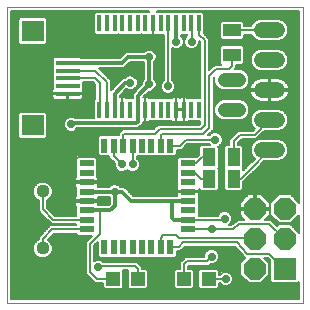
<source format=gtl>
G75*
G70*
%OFA0B0*%
%FSLAX24Y24*%
%IPPOS*%
%LPD*%
%AMOC8*
5,1,8,0,0,1.08239X$1,22.5*
%
%ADD10C,0.0000*%
%ADD11R,0.0500X0.0220*%
%ADD12R,0.0220X0.0500*%
%ADD13C,0.0438*%
%ADD14C,0.0518*%
%ADD15C,0.0478*%
%ADD16R,0.0740X0.0740*%
%ADD17OC8,0.0740*%
%ADD18R,0.0472X0.0472*%
%ADD19R,0.0433X0.0591*%
%ADD20R,0.0591X0.0433*%
%ADD21R,0.0137X0.0550*%
%ADD22R,0.0787X0.0157*%
%ADD23R,0.0748X0.0709*%
%ADD24C,0.0063*%
%ADD25C,0.0276*%
%ADD26C,0.0118*%
D10*
X000363Y000479D02*
X000363Y010322D01*
X010205Y010322D01*
X010205Y000479D01*
X000363Y000479D01*
D11*
X003003Y002920D03*
X003003Y003235D03*
X003003Y003550D03*
X003003Y003865D03*
X003003Y004180D03*
X003003Y004495D03*
X003003Y004810D03*
X003003Y005125D03*
X006383Y005125D03*
X006383Y004810D03*
X006383Y004495D03*
X006383Y004180D03*
X006383Y003865D03*
X006383Y003550D03*
X006383Y003235D03*
X006383Y002920D03*
D12*
X005796Y002333D03*
X005481Y002333D03*
X005166Y002333D03*
X004851Y002333D03*
X004536Y002333D03*
X004221Y002333D03*
X003906Y002333D03*
X003591Y002333D03*
X003591Y005713D03*
X003906Y005713D03*
X004221Y005713D03*
X004536Y005713D03*
X004851Y005713D03*
X005166Y005713D03*
X005481Y005713D03*
X005796Y005713D03*
D13*
X001544Y004185D03*
X001544Y002285D03*
D14*
X008840Y005566D02*
X009358Y005566D01*
X009358Y006566D02*
X008840Y006566D01*
X008840Y007566D02*
X009358Y007566D01*
X009358Y008566D02*
X008840Y008566D01*
X008840Y009566D02*
X009358Y009566D01*
D15*
X008082Y007908D02*
X007604Y007908D01*
X007604Y006908D02*
X008082Y006908D01*
D16*
X009603Y001605D03*
D17*
X008603Y001605D03*
X008603Y002605D03*
X009603Y002605D03*
X009603Y003605D03*
X008603Y003605D03*
D18*
X007075Y001267D03*
X006249Y001267D03*
X004713Y001267D03*
X003886Y001267D03*
D19*
X007075Y004613D03*
X007902Y004613D03*
X007902Y005322D03*
X007075Y005322D03*
D20*
X007843Y008727D03*
X007843Y009554D03*
D21*
X006751Y009793D03*
X006495Y009793D03*
X006239Y009793D03*
X005983Y009793D03*
X005727Y009793D03*
X005471Y009793D03*
X005215Y009793D03*
X004959Y009793D03*
X004703Y009793D03*
X004447Y009793D03*
X004191Y009793D03*
X003936Y009793D03*
X003680Y009793D03*
X003424Y009793D03*
X003424Y006914D03*
X003680Y006914D03*
X003936Y006914D03*
X004191Y006914D03*
X004447Y006914D03*
X004703Y006914D03*
X004959Y006914D03*
X005215Y006914D03*
X005471Y006914D03*
X005727Y006914D03*
X005983Y006914D03*
X006239Y006914D03*
X006495Y006914D03*
X006751Y006914D03*
D22*
X002371Y007448D03*
X002371Y007704D03*
X002371Y007960D03*
X002371Y008215D03*
X002371Y008471D03*
D23*
X001209Y009534D03*
X001209Y006385D03*
D24*
X000725Y006383D02*
X000494Y006383D01*
X000494Y006444D02*
X000725Y006444D01*
X000725Y006506D02*
X000494Y006506D01*
X000494Y006567D02*
X000725Y006567D01*
X000725Y006629D02*
X000494Y006629D01*
X000494Y006690D02*
X000725Y006690D01*
X000725Y006751D02*
X000494Y006751D01*
X000494Y006813D02*
X000753Y006813D01*
X000725Y006785D02*
X000789Y006849D01*
X001629Y006849D01*
X001693Y006785D01*
X001693Y005985D01*
X001629Y005920D01*
X000789Y005920D01*
X000725Y005985D01*
X000725Y006785D01*
X000494Y006874D02*
X003245Y006874D01*
X003245Y006813D02*
X001665Y006813D01*
X001693Y006751D02*
X003245Y006751D01*
X003245Y006690D02*
X001693Y006690D01*
X001693Y006629D02*
X002342Y006629D01*
X002348Y006634D02*
X002278Y006565D01*
X002241Y006473D01*
X002241Y006375D01*
X002278Y006284D01*
X002348Y006214D01*
X002439Y006176D01*
X002538Y006176D01*
X002629Y006214D01*
X002699Y006284D01*
X002703Y006294D01*
X004724Y006294D01*
X004823Y006393D01*
X004873Y006443D01*
X004873Y006508D01*
X004873Y006507D01*
X004956Y006507D01*
X004956Y006911D01*
X004962Y006911D01*
X004962Y006507D01*
X005045Y006507D01*
X005078Y006516D01*
X005100Y006529D01*
X005101Y006529D01*
X005329Y006529D01*
X005343Y006542D01*
X005357Y006529D01*
X005585Y006529D01*
X005599Y006542D01*
X005613Y006529D01*
X005841Y006529D01*
X005841Y006529D01*
X005864Y006516D01*
X005897Y006507D01*
X005980Y006507D01*
X005980Y006911D01*
X005986Y006911D01*
X005986Y006917D01*
X006183Y006917D01*
X006236Y006917D01*
X006236Y007320D01*
X006153Y007320D01*
X006119Y007311D01*
X006111Y007306D01*
X006102Y007311D01*
X006069Y007320D01*
X005986Y007320D01*
X005986Y006917D01*
X005980Y006917D01*
X005980Y007320D01*
X005897Y007320D01*
X005864Y007311D01*
X005841Y007299D01*
X005613Y007299D01*
X005599Y007285D01*
X005585Y007299D01*
X005357Y007299D01*
X005343Y007285D01*
X005329Y007299D01*
X005101Y007299D01*
X005100Y007299D01*
X005078Y007311D01*
X005045Y007320D01*
X004962Y007320D01*
X004962Y006917D01*
X004956Y006917D01*
X004956Y007320D01*
X004884Y007320D01*
X005078Y007515D01*
X005136Y007515D01*
X005228Y007552D01*
X005297Y007622D01*
X005335Y007713D01*
X005335Y007812D01*
X005297Y007903D01*
X005256Y007944D01*
X005256Y008487D01*
X005297Y008528D01*
X005335Y008619D01*
X005335Y008718D01*
X005297Y008809D01*
X005228Y008879D01*
X005136Y008916D01*
X005038Y008916D01*
X004947Y008879D01*
X004906Y008838D01*
X004308Y008838D01*
X004111Y008641D01*
X002830Y008641D01*
X002810Y008660D01*
X001931Y008660D01*
X001867Y008596D01*
X000494Y008596D01*
X000494Y008535D02*
X001867Y008535D01*
X001867Y008596D02*
X001867Y008347D01*
X001870Y008343D01*
X001867Y008340D01*
X001867Y008091D01*
X001870Y008088D01*
X001867Y008084D01*
X001867Y007835D01*
X001870Y007832D01*
X001867Y007828D01*
X001867Y007599D01*
X001854Y007577D01*
X001845Y007544D01*
X001845Y007456D01*
X002363Y007456D01*
X002363Y007440D01*
X002378Y007440D01*
X002378Y007238D01*
X002782Y007238D01*
X002815Y007246D01*
X002845Y007264D01*
X002870Y007288D01*
X002887Y007318D01*
X002896Y007352D01*
X002896Y007440D01*
X002378Y007440D01*
X002378Y007456D01*
X002896Y007456D01*
X002896Y007544D01*
X002887Y007577D01*
X002875Y007599D01*
X002875Y007818D01*
X003217Y007818D01*
X003292Y007743D01*
X003292Y007281D01*
X003245Y007235D01*
X003245Y006633D01*
X002631Y006633D01*
X002629Y006634D01*
X002538Y006672D01*
X002439Y006672D01*
X002348Y006634D01*
X002281Y006567D02*
X001693Y006567D01*
X001693Y006506D02*
X002254Y006506D01*
X002241Y006444D02*
X001693Y006444D01*
X001693Y006383D02*
X002241Y006383D01*
X002263Y006321D02*
X001693Y006321D01*
X001693Y006260D02*
X002303Y006260D01*
X002386Y006198D02*
X001693Y006198D01*
X001693Y006137D02*
X004087Y006137D01*
X004079Y006129D02*
X004119Y006168D01*
X004202Y006251D01*
X005225Y006251D01*
X005300Y006325D01*
X005383Y006408D01*
X006761Y006408D01*
X006796Y006443D01*
X006796Y006529D01*
X006636Y006529D01*
X006623Y006542D01*
X006609Y006529D01*
X006380Y006529D01*
X006380Y006529D01*
X006358Y006516D01*
X006325Y006507D01*
X006241Y006507D01*
X006241Y006911D01*
X006236Y006911D01*
X006236Y006507D01*
X006153Y006507D01*
X006119Y006516D01*
X006111Y006521D01*
X006102Y006516D01*
X006069Y006507D01*
X005986Y006507D01*
X005986Y006911D01*
X006236Y006911D01*
X006236Y006917D01*
X006241Y006917D01*
X006241Y007320D01*
X006325Y007320D01*
X006358Y007311D01*
X006380Y007299D01*
X006380Y007299D01*
X006609Y007299D01*
X006623Y007285D01*
X006636Y007299D01*
X006796Y007299D01*
X006796Y009161D01*
X006752Y009204D01*
X006752Y009131D01*
X006715Y009040D01*
X006645Y008970D01*
X006554Y008932D01*
X006455Y008932D01*
X006364Y008970D01*
X006294Y009040D01*
X006256Y009131D01*
X006256Y009229D01*
X006294Y009321D01*
X006363Y009389D01*
X006363Y009417D01*
X006353Y009407D01*
X006152Y009407D01*
X006152Y009371D01*
X006203Y009321D01*
X006241Y009229D01*
X006241Y009131D01*
X006203Y009040D01*
X006133Y008970D01*
X006042Y008932D01*
X005943Y008932D01*
X005859Y008967D01*
X005859Y007893D01*
X005927Y007824D01*
X005965Y007733D01*
X005965Y007635D01*
X005927Y007543D01*
X005858Y007474D01*
X005766Y007436D01*
X005668Y007436D01*
X005577Y007474D01*
X005507Y007543D01*
X005469Y007635D01*
X005469Y007733D01*
X005507Y007824D01*
X005575Y007893D01*
X005575Y009407D01*
X005357Y009407D01*
X005356Y009408D01*
X005334Y009395D01*
X005301Y009386D01*
X005218Y009386D01*
X005218Y009790D01*
X005212Y009790D01*
X005212Y009386D01*
X005129Y009386D01*
X005096Y009395D01*
X005074Y009408D01*
X005073Y009407D01*
X004845Y009407D01*
X004831Y009421D01*
X004817Y009407D01*
X004589Y009407D01*
X004575Y009421D01*
X004562Y009407D01*
X004333Y009407D01*
X004319Y009421D01*
X004306Y009407D01*
X004077Y009407D01*
X004063Y009421D01*
X004050Y009407D01*
X003821Y009407D01*
X003808Y009421D01*
X003794Y009407D01*
X003565Y009407D01*
X003552Y009421D01*
X003538Y009407D01*
X003310Y009407D01*
X003245Y009472D01*
X003245Y010113D01*
X003310Y010178D01*
X003538Y010178D01*
X003552Y010164D01*
X003565Y010178D01*
X003794Y010178D01*
X003808Y010164D01*
X003821Y010178D01*
X004050Y010178D01*
X004063Y010164D01*
X004077Y010178D01*
X004306Y010178D01*
X004319Y010164D01*
X004333Y010178D01*
X004562Y010178D01*
X004575Y010164D01*
X004589Y010178D01*
X004817Y010178D01*
X004831Y010164D01*
X004845Y010178D01*
X005073Y010178D01*
X005074Y010177D01*
X005096Y010190D01*
X005096Y010190D01*
X000494Y010190D01*
X000494Y000611D01*
X010074Y000611D01*
X010074Y001180D01*
X010019Y001125D01*
X009187Y001125D01*
X009123Y001190D01*
X009123Y001885D01*
X009036Y001971D01*
X008916Y001971D01*
X009083Y001804D01*
X009083Y001406D01*
X008802Y001125D01*
X008404Y001125D01*
X008123Y001406D01*
X008123Y001804D01*
X008292Y001973D01*
X008253Y002014D01*
X008213Y002054D01*
X008213Y002057D01*
X007940Y002345D01*
X006288Y002345D01*
X006133Y002191D01*
X006016Y002191D01*
X006016Y002037D01*
X005951Y001972D01*
X005640Y001972D01*
X005638Y001974D01*
X005636Y001972D01*
X005325Y001972D01*
X005323Y001974D01*
X005322Y001972D01*
X005010Y001972D01*
X005008Y001974D01*
X005007Y001972D01*
X004695Y001972D01*
X004693Y001974D01*
X004692Y001972D01*
X004380Y001972D01*
X004378Y001974D01*
X004377Y001972D01*
X004065Y001972D01*
X004063Y001974D01*
X004062Y001972D01*
X003750Y001972D01*
X003749Y001974D01*
X003747Y001972D01*
X003435Y001972D01*
X003371Y002037D01*
X003371Y002500D01*
X003260Y002389D01*
X003260Y001873D01*
X003345Y001908D01*
X003444Y001908D01*
X003535Y001871D01*
X003564Y001841D01*
X004673Y001841D01*
X004756Y001758D01*
X004855Y001660D01*
X004855Y001613D01*
X004995Y001613D01*
X005060Y001549D01*
X005060Y000985D01*
X004995Y000920D01*
X004431Y000920D01*
X004367Y000985D01*
X004367Y001549D01*
X004376Y001558D01*
X004223Y001558D01*
X004233Y001549D01*
X004233Y000985D01*
X004168Y000920D01*
X003604Y000920D01*
X003540Y000985D01*
X003540Y001125D01*
X003296Y001125D01*
X002977Y001444D01*
X002977Y002506D01*
X003170Y002700D01*
X002708Y002700D01*
X002643Y002765D01*
X002643Y002778D01*
X001917Y002778D01*
X001711Y002572D01*
X001730Y002564D01*
X001823Y002472D01*
X001873Y002351D01*
X001873Y002220D01*
X001823Y002099D01*
X001730Y002006D01*
X001609Y001956D01*
X001478Y001956D01*
X001357Y002006D01*
X001265Y002099D01*
X001215Y002220D01*
X001215Y002351D01*
X001265Y002472D01*
X001357Y002564D01*
X001402Y002583D01*
X001402Y002664D01*
X001800Y003062D01*
X002643Y003062D01*
X000494Y003062D01*
X000494Y003123D02*
X001809Y003123D01*
X001839Y003093D02*
X002643Y003093D01*
X002643Y003080D01*
X002645Y003078D01*
X002643Y003076D01*
X002643Y003062D01*
X002653Y002754D02*
X001893Y002754D01*
X001832Y002693D02*
X003163Y002693D01*
X003102Y002631D02*
X001770Y002631D01*
X001717Y002570D02*
X003040Y002570D01*
X002979Y002509D02*
X001786Y002509D01*
X001833Y002447D02*
X002977Y002447D01*
X002977Y002386D02*
X001859Y002386D01*
X001873Y002324D02*
X002977Y002324D01*
X002977Y002263D02*
X001873Y002263D01*
X001865Y002201D02*
X002977Y002201D01*
X002977Y002140D02*
X001840Y002140D01*
X001802Y002078D02*
X002977Y002078D01*
X002977Y002017D02*
X001741Y002017D01*
X001544Y002285D02*
X001544Y002605D01*
X001859Y002920D01*
X003003Y002920D01*
X003003Y003235D02*
X001898Y003235D01*
X001544Y003590D01*
X001544Y004185D01*
X001780Y004415D02*
X002622Y004415D01*
X002622Y004368D02*
X002631Y004334D01*
X002643Y004313D01*
X002643Y004047D01*
X002631Y004026D01*
X002622Y003992D01*
X002622Y003889D01*
X002980Y003889D01*
X002980Y003842D01*
X002622Y003842D01*
X002622Y003738D01*
X002631Y003704D01*
X002643Y003683D01*
X002643Y003394D01*
X002645Y003393D01*
X002643Y003391D01*
X002643Y003377D01*
X001957Y003377D01*
X001686Y003648D01*
X001686Y003887D01*
X001730Y003906D01*
X001823Y003999D01*
X001873Y004120D01*
X001873Y004251D01*
X001823Y004372D01*
X001730Y004464D01*
X001609Y004514D01*
X001478Y004514D01*
X001357Y004464D01*
X001265Y004372D01*
X001215Y004251D01*
X001215Y004120D01*
X001265Y003999D01*
X001357Y003906D01*
X001402Y003887D01*
X001402Y003531D01*
X001485Y003448D01*
X001839Y003093D01*
X001748Y003185D02*
X000494Y003185D01*
X000494Y003246D02*
X001686Y003246D01*
X001625Y003308D02*
X000494Y003308D01*
X000494Y003369D02*
X001563Y003369D01*
X001502Y003431D02*
X000494Y003431D01*
X000494Y003492D02*
X001440Y003492D01*
X001402Y003554D02*
X000494Y003554D01*
X000494Y003615D02*
X001402Y003615D01*
X001402Y003677D02*
X000494Y003677D01*
X000494Y003738D02*
X001402Y003738D01*
X001402Y003800D02*
X000494Y003800D01*
X000494Y003861D02*
X001402Y003861D01*
X001340Y003923D02*
X000494Y003923D01*
X000494Y003984D02*
X001279Y003984D01*
X001245Y004046D02*
X000494Y004046D01*
X000494Y004107D02*
X001220Y004107D01*
X001215Y004169D02*
X000494Y004169D01*
X000494Y004230D02*
X001215Y004230D01*
X001232Y004292D02*
X000494Y004292D01*
X000494Y004353D02*
X001257Y004353D01*
X001308Y004415D02*
X000494Y004415D01*
X000494Y004476D02*
X001386Y004476D01*
X001702Y004476D02*
X002980Y004476D01*
X002980Y004472D02*
X002622Y004472D01*
X002622Y004368D01*
X002626Y004353D02*
X001831Y004353D01*
X001856Y004292D02*
X002643Y004292D01*
X002643Y004230D02*
X001873Y004230D01*
X001873Y004169D02*
X002643Y004169D01*
X002643Y004107D02*
X001868Y004107D01*
X001843Y004046D02*
X002642Y004046D01*
X002622Y003984D02*
X001809Y003984D01*
X001747Y003923D02*
X002622Y003923D01*
X002622Y003800D02*
X001686Y003800D01*
X001686Y003861D02*
X002980Y003861D01*
X003027Y003861D02*
X003776Y003861D01*
X003776Y003800D02*
X003385Y003800D01*
X003385Y003842D02*
X003027Y003842D01*
X003027Y003889D01*
X003385Y003889D01*
X003385Y003992D01*
X003380Y004011D01*
X003764Y004011D01*
X003776Y003999D01*
X003776Y003778D01*
X003718Y003719D01*
X003380Y003719D01*
X003385Y003738D01*
X003385Y003842D01*
X003385Y003923D02*
X003776Y003923D01*
X003776Y003984D02*
X003385Y003984D01*
X003385Y003738D02*
X003737Y003738D01*
X003434Y003550D02*
X003434Y002763D01*
X003119Y002448D01*
X003119Y001503D01*
X003355Y001267D01*
X003886Y001267D01*
X003540Y001094D02*
X000494Y001094D01*
X000494Y001033D02*
X003540Y001033D01*
X003553Y000971D02*
X000494Y000971D01*
X000494Y000910D02*
X010074Y000910D01*
X010074Y000971D02*
X007408Y000971D01*
X007422Y000985D02*
X007422Y001125D01*
X007437Y001125D01*
X007506Y001056D01*
X007597Y001019D01*
X007696Y001019D01*
X007787Y001056D01*
X007856Y001126D01*
X007894Y001217D01*
X008312Y001217D01*
X008373Y001156D02*
X007869Y001156D01*
X007894Y001217D02*
X007894Y001316D01*
X007856Y001407D01*
X007787Y001477D01*
X007696Y001515D01*
X007597Y001515D01*
X007506Y001477D01*
X007437Y001408D01*
X007422Y001408D01*
X007422Y001549D01*
X007357Y001613D01*
X006793Y001613D01*
X006729Y001549D01*
X006729Y000985D01*
X006793Y000920D01*
X007357Y000920D01*
X007422Y000985D01*
X007422Y001033D02*
X007563Y001033D01*
X007468Y001094D02*
X007422Y001094D01*
X007646Y001267D02*
X007075Y001267D01*
X007422Y001463D02*
X007492Y001463D01*
X007422Y001525D02*
X008123Y001525D01*
X008123Y001586D02*
X007384Y001586D01*
X007314Y001804D02*
X007223Y001767D01*
X007126Y001767D01*
X007075Y001715D01*
X006406Y001715D01*
X006390Y001700D01*
X006390Y001613D01*
X006530Y001613D01*
X006595Y001549D01*
X006595Y000985D01*
X006530Y000920D01*
X005967Y000920D01*
X005902Y000985D01*
X005902Y001549D01*
X005967Y001613D01*
X006107Y001613D01*
X006107Y001817D01*
X006205Y001916D01*
X006288Y001999D01*
X006926Y001999D01*
X006926Y002064D01*
X006963Y002155D01*
X007033Y002225D01*
X007124Y002263D01*
X006205Y002263D01*
X006266Y002324D02*
X007960Y002324D01*
X008018Y002263D02*
X007224Y002263D01*
X007223Y002263D02*
X007124Y002263D01*
X007223Y002263D02*
X007314Y002225D01*
X007384Y002155D01*
X007422Y002064D01*
X007422Y001965D01*
X007384Y001874D01*
X007314Y001804D01*
X007342Y001832D02*
X008151Y001832D01*
X008123Y001771D02*
X007233Y001771D01*
X007392Y001894D02*
X008212Y001894D01*
X008274Y001955D02*
X007418Y001955D01*
X007422Y002017D02*
X008251Y002017D01*
X008193Y002078D02*
X007416Y002078D01*
X007390Y002140D02*
X008135Y002140D01*
X008076Y002201D02*
X007338Y002201D01*
X007174Y002015D02*
X007016Y001857D01*
X006347Y001857D01*
X006249Y001759D01*
X006249Y001267D01*
X005902Y001279D02*
X005060Y001279D01*
X005060Y001340D02*
X005902Y001340D01*
X005902Y001402D02*
X005060Y001402D01*
X005060Y001463D02*
X005902Y001463D01*
X005902Y001525D02*
X005060Y001525D01*
X005022Y001586D02*
X005940Y001586D01*
X006107Y001648D02*
X004855Y001648D01*
X004806Y001709D02*
X006107Y001709D01*
X006107Y001771D02*
X004744Y001771D01*
X004683Y001832D02*
X006121Y001832D01*
X006183Y001894D02*
X003479Y001894D01*
X003391Y002017D02*
X003260Y002017D01*
X003260Y002078D02*
X003371Y002078D01*
X003371Y002140D02*
X003260Y002140D01*
X003260Y002201D02*
X003371Y002201D01*
X003371Y002263D02*
X003260Y002263D01*
X003260Y002324D02*
X003371Y002324D01*
X003371Y002386D02*
X003260Y002386D01*
X003318Y002447D02*
X003371Y002447D01*
X003260Y001955D02*
X006244Y001955D01*
X005996Y002017D02*
X006926Y002017D01*
X006932Y002078D02*
X006016Y002078D01*
X006016Y002140D02*
X006957Y002140D01*
X007009Y002201D02*
X006143Y002201D01*
X006074Y002333D02*
X006229Y002487D01*
X008001Y002487D01*
X008355Y002113D01*
X009095Y002113D01*
X009603Y001605D01*
X009123Y001586D02*
X009083Y001586D01*
X009083Y001525D02*
X009123Y001525D01*
X009123Y001463D02*
X009083Y001463D01*
X009078Y001402D02*
X009123Y001402D01*
X009123Y001340D02*
X009017Y001340D01*
X008955Y001279D02*
X009123Y001279D01*
X009123Y001217D02*
X008894Y001217D01*
X008832Y001156D02*
X009157Y001156D01*
X009123Y001648D02*
X009083Y001648D01*
X009083Y001709D02*
X009123Y001709D01*
X009123Y001771D02*
X009083Y001771D01*
X009055Y001832D02*
X009123Y001832D01*
X009114Y001894D02*
X008994Y001894D01*
X009053Y001955D02*
X008932Y001955D01*
X008189Y001340D02*
X007884Y001340D01*
X007894Y001279D02*
X008250Y001279D01*
X008127Y001402D02*
X007859Y001402D01*
X007800Y001463D02*
X008123Y001463D01*
X008123Y001648D02*
X006390Y001648D01*
X006399Y001709D02*
X008123Y001709D01*
X007824Y001094D02*
X010074Y001094D01*
X010074Y001033D02*
X007729Y001033D01*
X006742Y000971D02*
X006581Y000971D01*
X006595Y001033D02*
X006729Y001033D01*
X006729Y001094D02*
X006595Y001094D01*
X006595Y001156D02*
X006729Y001156D01*
X006729Y001217D02*
X006595Y001217D01*
X006595Y001279D02*
X006729Y001279D01*
X006729Y001340D02*
X006595Y001340D01*
X006595Y001402D02*
X006729Y001402D01*
X006729Y001463D02*
X006595Y001463D01*
X006595Y001525D02*
X006729Y001525D01*
X006766Y001586D02*
X006557Y001586D01*
X005902Y001217D02*
X005060Y001217D01*
X005060Y001156D02*
X005902Y001156D01*
X005902Y001094D02*
X005060Y001094D01*
X005060Y001033D02*
X005902Y001033D01*
X005916Y000971D02*
X005046Y000971D01*
X004713Y001267D02*
X004713Y001601D01*
X004615Y001700D01*
X003434Y001700D01*
X003394Y001660D01*
X003081Y001340D02*
X000494Y001340D01*
X000494Y001279D02*
X003142Y001279D01*
X003204Y001217D02*
X000494Y001217D01*
X000494Y001156D02*
X003265Y001156D01*
X003019Y001402D02*
X000494Y001402D01*
X000494Y001463D02*
X002977Y001463D01*
X002977Y001525D02*
X000494Y001525D01*
X000494Y001586D02*
X002977Y001586D01*
X002977Y001648D02*
X000494Y001648D01*
X000494Y001709D02*
X002977Y001709D01*
X002977Y001771D02*
X000494Y001771D01*
X000494Y001832D02*
X002977Y001832D01*
X002977Y001894D02*
X000494Y001894D01*
X000494Y001955D02*
X002977Y001955D01*
X003260Y001894D02*
X003309Y001894D01*
X004233Y001525D02*
X004367Y001525D01*
X004367Y001463D02*
X004233Y001463D01*
X004233Y001402D02*
X004367Y001402D01*
X004367Y001340D02*
X004233Y001340D01*
X004233Y001279D02*
X004367Y001279D01*
X004367Y001217D02*
X004233Y001217D01*
X004233Y001156D02*
X004367Y001156D01*
X004367Y001094D02*
X004233Y001094D01*
X004233Y001033D02*
X004367Y001033D01*
X004380Y000971D02*
X004219Y000971D01*
X005481Y002333D02*
X005481Y002645D01*
X005560Y002723D01*
X005993Y002723D01*
X006071Y002645D01*
X008552Y002645D01*
X008603Y002605D01*
X009071Y003097D02*
X008099Y003097D01*
X007882Y002920D01*
X007174Y002920D01*
X006383Y002920D01*
X006383Y003235D02*
X007567Y003235D01*
X007607Y003275D01*
X007381Y003377D02*
X006744Y003377D01*
X006744Y003391D01*
X006742Y003393D01*
X006744Y003394D01*
X006744Y003706D01*
X006742Y003708D01*
X006744Y003709D01*
X006744Y003998D01*
X006756Y004019D01*
X006765Y004053D01*
X006765Y004157D01*
X006407Y004157D01*
X006407Y004204D01*
X006765Y004204D01*
X006765Y004256D01*
X006813Y004208D01*
X007338Y004208D01*
X007402Y004272D01*
X007402Y004954D01*
X007389Y004967D01*
X007402Y004981D01*
X007402Y005663D01*
X007383Y005682D01*
X007432Y005702D01*
X007502Y005772D01*
X007540Y005863D01*
X007540Y005962D01*
X007502Y006053D01*
X007432Y006123D01*
X007341Y006160D01*
X007243Y006160D01*
X007151Y006123D01*
X007083Y006054D01*
X007043Y006054D01*
X007154Y006164D01*
X007237Y006247D01*
X007237Y007980D01*
X007269Y008011D01*
X007255Y007978D01*
X007255Y007839D01*
X007308Y007711D01*
X007406Y007612D01*
X007534Y007559D01*
X008152Y007559D01*
X008280Y007612D01*
X008378Y007711D01*
X008431Y007839D01*
X008431Y007978D01*
X008378Y008106D01*
X008280Y008205D01*
X008152Y008258D01*
X007948Y008258D01*
X007985Y008295D01*
X007985Y008401D01*
X008184Y008401D01*
X008249Y008465D01*
X008249Y008989D01*
X008184Y009054D01*
X007502Y009054D01*
X007438Y008989D01*
X007438Y008465D01*
X007486Y008416D01*
X007273Y008416D01*
X007189Y008333D01*
X007079Y008223D01*
X007079Y009278D01*
X006907Y009450D01*
X006929Y009472D01*
X006929Y010113D01*
X006865Y010178D01*
X006636Y010178D01*
X006623Y010164D01*
X006609Y010178D01*
X006380Y010178D01*
X006367Y010164D01*
X006353Y010178D01*
X006125Y010178D01*
X006111Y010164D01*
X006097Y010178D01*
X005869Y010178D01*
X005855Y010164D01*
X005841Y010178D01*
X005613Y010178D01*
X005599Y010164D01*
X005585Y010178D01*
X005357Y010178D01*
X005356Y010177D01*
X005334Y010190D01*
X010074Y010190D01*
X010074Y003814D01*
X009802Y004085D01*
X009404Y004085D01*
X009123Y003804D01*
X009123Y003406D01*
X009404Y003125D01*
X009802Y003125D01*
X010074Y003397D01*
X010074Y002814D01*
X009802Y003085D01*
X009404Y003085D01*
X009351Y003032D01*
X009170Y003200D01*
X009130Y003239D01*
X009127Y003239D01*
X009125Y003241D01*
X009069Y003239D01*
X008946Y003239D01*
X009104Y003398D01*
X009104Y003574D01*
X008634Y003574D01*
X008634Y003637D01*
X008571Y003637D01*
X008571Y003574D01*
X008101Y003574D01*
X008101Y003398D01*
X008260Y003239D01*
X008106Y003239D01*
X008055Y003244D01*
X008048Y003239D01*
X008040Y003239D01*
X008004Y003203D01*
X007832Y003062D01*
X007742Y003062D01*
X007747Y003064D01*
X007817Y003134D01*
X007855Y003225D01*
X007855Y003324D01*
X007817Y003415D01*
X007747Y003485D01*
X007656Y003523D01*
X007557Y003523D01*
X007466Y003485D01*
X007397Y003415D01*
X007381Y003377D01*
X007412Y003431D02*
X006744Y003431D01*
X006744Y003492D02*
X007485Y003492D01*
X007729Y003492D02*
X008101Y003492D01*
X008101Y003431D02*
X007801Y003431D01*
X007836Y003369D02*
X008129Y003369D01*
X008191Y003308D02*
X007855Y003308D01*
X007855Y003246D02*
X008252Y003246D01*
X007982Y003185D02*
X007838Y003185D01*
X007806Y003123D02*
X007907Y003123D01*
X007832Y003062D02*
X007742Y003062D01*
X008101Y003554D02*
X006744Y003554D01*
X006744Y003615D02*
X008571Y003615D01*
X008571Y003637D02*
X008101Y003637D01*
X008101Y003813D01*
X008395Y004107D01*
X008571Y004107D01*
X008571Y003637D01*
X008571Y003677D02*
X008634Y003677D01*
X008634Y003637D02*
X008634Y004107D01*
X008811Y004107D01*
X009104Y003813D01*
X009104Y003637D01*
X008634Y003637D01*
X008634Y003615D02*
X009123Y003615D01*
X009123Y003554D02*
X009104Y003554D01*
X009104Y003492D02*
X009123Y003492D01*
X009123Y003431D02*
X009104Y003431D01*
X009076Y003369D02*
X009160Y003369D01*
X009221Y003308D02*
X009015Y003308D01*
X008953Y003246D02*
X009283Y003246D01*
X009344Y003185D02*
X009185Y003185D01*
X009252Y003123D02*
X010074Y003123D01*
X010074Y003062D02*
X009825Y003062D01*
X009887Y003000D02*
X010074Y003000D01*
X010074Y002939D02*
X009948Y002939D01*
X010010Y002877D02*
X010074Y002877D01*
X010071Y002816D02*
X010074Y002816D01*
X010074Y003185D02*
X009862Y003185D01*
X009923Y003246D02*
X010074Y003246D01*
X010074Y003308D02*
X009985Y003308D01*
X010046Y003369D02*
X010074Y003369D01*
X010074Y003861D02*
X010026Y003861D01*
X010074Y003923D02*
X009964Y003923D01*
X009903Y003984D02*
X010074Y003984D01*
X010074Y004046D02*
X009841Y004046D01*
X010074Y004107D02*
X006765Y004107D01*
X006763Y004046D02*
X008334Y004046D01*
X008273Y003984D02*
X006744Y003984D01*
X006744Y003923D02*
X008211Y003923D01*
X008150Y003861D02*
X006744Y003861D01*
X006744Y003800D02*
X008101Y003800D01*
X008101Y003738D02*
X006744Y003738D01*
X006744Y003677D02*
X008101Y003677D01*
X008571Y003738D02*
X008634Y003738D01*
X008634Y003800D02*
X008571Y003800D01*
X008571Y003861D02*
X008634Y003861D01*
X008634Y003923D02*
X008571Y003923D01*
X008571Y003984D02*
X008634Y003984D01*
X008634Y004046D02*
X008571Y004046D01*
X008872Y004046D02*
X009364Y004046D01*
X009303Y003984D02*
X008933Y003984D01*
X008994Y003923D02*
X009241Y003923D01*
X009180Y003861D02*
X009056Y003861D01*
X009104Y003800D02*
X009123Y003800D01*
X009123Y003738D02*
X009104Y003738D01*
X009104Y003677D02*
X009123Y003677D01*
X009071Y003097D02*
X009603Y002605D01*
X009380Y003062D02*
X009318Y003062D01*
X010074Y004169D02*
X006407Y004169D01*
X006360Y004169D02*
X004432Y004169D01*
X004371Y004230D02*
X006002Y004230D01*
X006002Y004204D02*
X006002Y004307D01*
X006011Y004341D01*
X006023Y004362D01*
X006023Y004651D01*
X006025Y004652D01*
X006023Y004654D01*
X006023Y004966D01*
X006025Y004967D01*
X006023Y004969D01*
X006023Y005281D01*
X006088Y005345D01*
X006679Y005345D01*
X006680Y005344D01*
X006717Y005380D01*
X006749Y005412D01*
X006749Y005663D01*
X006813Y005727D01*
X007126Y005727D01*
X007083Y005771D01*
X006366Y005771D01*
X006167Y005571D01*
X006016Y005571D01*
X006016Y005417D01*
X005951Y005352D01*
X005640Y005352D01*
X005638Y005354D01*
X005636Y005352D01*
X005325Y005352D01*
X005323Y005354D01*
X005322Y005352D01*
X005010Y005352D01*
X005008Y005354D01*
X005007Y005352D01*
X004695Y005352D01*
X004693Y005354D01*
X004692Y005352D01*
X004678Y005352D01*
X004678Y005295D01*
X004746Y005226D01*
X004784Y005135D01*
X004784Y005036D01*
X004746Y004945D01*
X004676Y004875D01*
X004585Y004838D01*
X004487Y004838D01*
X004395Y004875D01*
X004359Y004912D01*
X004322Y004875D01*
X004231Y004838D01*
X004132Y004838D01*
X004041Y004875D01*
X003971Y004945D01*
X003934Y005036D01*
X003934Y005133D01*
X003764Y005302D01*
X003764Y005352D01*
X003750Y005352D01*
X003749Y005354D01*
X003747Y005352D01*
X003435Y005352D01*
X003371Y005417D01*
X003371Y006008D01*
X003435Y006073D01*
X003747Y006073D01*
X003749Y006071D01*
X003750Y006073D01*
X004062Y006073D01*
X004063Y006071D01*
X004065Y006073D01*
X004079Y006073D01*
X004079Y006129D01*
X004079Y006075D02*
X001693Y006075D01*
X001693Y006014D02*
X003376Y006014D01*
X003371Y005952D02*
X001661Y005952D01*
X000758Y005952D02*
X000494Y005952D01*
X000494Y005891D02*
X003371Y005891D01*
X003371Y005829D02*
X000494Y005829D01*
X000494Y005768D02*
X003371Y005768D01*
X003371Y005706D02*
X000494Y005706D01*
X000494Y005645D02*
X003371Y005645D01*
X003371Y005583D02*
X000494Y005583D01*
X000494Y005522D02*
X003371Y005522D01*
X003371Y005460D02*
X000494Y005460D01*
X000494Y005399D02*
X003389Y005399D01*
X003307Y005337D02*
X003764Y005337D01*
X003791Y005276D02*
X003364Y005276D01*
X003364Y005281D02*
X003299Y005345D01*
X002708Y005345D01*
X002643Y005281D01*
X002643Y004969D01*
X002645Y004967D01*
X002643Y004966D01*
X002643Y004677D01*
X002631Y004656D01*
X002622Y004622D01*
X002622Y004519D01*
X002980Y004519D01*
X002980Y004472D01*
X003027Y004472D02*
X003027Y004519D01*
X003385Y004519D01*
X003385Y004622D01*
X003376Y004656D01*
X003364Y004677D01*
X003364Y004966D01*
X003362Y004967D01*
X003364Y004969D01*
X003364Y005281D01*
X003364Y005214D02*
X003853Y005214D01*
X003914Y005153D02*
X003364Y005153D01*
X003364Y005091D02*
X003934Y005091D01*
X003936Y005030D02*
X003364Y005030D01*
X003363Y004968D02*
X003962Y004968D01*
X004010Y004907D02*
X003364Y004907D01*
X003364Y004845D02*
X004114Y004845D01*
X004250Y004845D02*
X004468Y004845D01*
X004364Y004907D02*
X004354Y004907D01*
X004536Y005086D02*
X004536Y005713D01*
X004221Y005713D02*
X004221Y006070D01*
X004260Y006109D01*
X005284Y006109D01*
X005441Y006267D01*
X006819Y006267D01*
X006938Y006385D01*
X006938Y009219D01*
X006751Y009406D01*
X006751Y009793D01*
X006929Y009765D02*
X007438Y009765D01*
X007438Y009816D02*
X007438Y009292D01*
X007502Y009227D01*
X008184Y009227D01*
X008249Y009292D01*
X008249Y009412D01*
X008504Y009412D01*
X008527Y009357D01*
X008631Y009253D01*
X008766Y009197D01*
X009431Y009197D01*
X009567Y009253D01*
X009671Y009357D01*
X009727Y009492D01*
X009727Y009639D01*
X009671Y009775D01*
X009567Y009879D01*
X009431Y009935D01*
X008766Y009935D01*
X008631Y009879D01*
X008527Y009775D01*
X008494Y009696D01*
X008249Y009696D01*
X008249Y009816D01*
X008184Y009881D01*
X007502Y009881D01*
X007438Y009816D01*
X007447Y009826D02*
X006929Y009826D01*
X006929Y009888D02*
X008652Y009888D01*
X008578Y009826D02*
X008239Y009826D01*
X008249Y009765D02*
X008522Y009765D01*
X008497Y009703D02*
X008249Y009703D01*
X008249Y009396D02*
X008511Y009396D01*
X008549Y009334D02*
X008249Y009334D01*
X008229Y009273D02*
X008611Y009273D01*
X008731Y009211D02*
X007079Y009211D01*
X007079Y009150D02*
X010074Y009150D01*
X010074Y009211D02*
X009467Y009211D01*
X009587Y009273D02*
X010074Y009273D01*
X010074Y009334D02*
X009649Y009334D01*
X009687Y009396D02*
X010074Y009396D01*
X010074Y009457D02*
X009713Y009457D01*
X009727Y009519D02*
X010074Y009519D01*
X010074Y009580D02*
X009727Y009580D01*
X009726Y009642D02*
X010074Y009642D01*
X010074Y009703D02*
X009701Y009703D01*
X009675Y009765D02*
X010074Y009765D01*
X010074Y009826D02*
X009620Y009826D01*
X009546Y009888D02*
X010074Y009888D01*
X010074Y009949D02*
X006929Y009949D01*
X006929Y010011D02*
X010074Y010011D01*
X010074Y010072D02*
X006929Y010072D01*
X006909Y010134D02*
X010074Y010134D01*
X009099Y009566D02*
X009087Y009554D01*
X007843Y009554D01*
X007438Y009580D02*
X006929Y009580D01*
X006929Y009519D02*
X007438Y009519D01*
X007438Y009457D02*
X006914Y009457D01*
X006962Y009396D02*
X007438Y009396D01*
X007438Y009334D02*
X007023Y009334D01*
X007079Y009273D02*
X007457Y009273D01*
X007475Y009027D02*
X007079Y009027D01*
X007079Y009088D02*
X010074Y009088D01*
X010074Y009027D02*
X008211Y009027D01*
X008249Y008965D02*
X010074Y008965D01*
X010074Y008904D02*
X009507Y008904D01*
X009567Y008879D02*
X009431Y008935D01*
X008766Y008935D01*
X008631Y008879D01*
X008527Y008775D01*
X008471Y008639D01*
X008471Y008492D01*
X008527Y008357D01*
X008631Y008253D01*
X008766Y008197D01*
X009431Y008197D01*
X009567Y008253D01*
X009671Y008357D01*
X009727Y008492D01*
X009727Y008639D01*
X009671Y008775D01*
X009567Y008879D01*
X009604Y008842D02*
X010074Y008842D01*
X010074Y008781D02*
X009665Y008781D01*
X009694Y008719D02*
X010074Y008719D01*
X010074Y008658D02*
X009720Y008658D01*
X009727Y008596D02*
X010074Y008596D01*
X010074Y008535D02*
X009727Y008535D01*
X009719Y008473D02*
X010074Y008473D01*
X010074Y008412D02*
X009694Y008412D01*
X009665Y008350D02*
X010074Y008350D01*
X010074Y008289D02*
X009603Y008289D01*
X009506Y008227D02*
X010074Y008227D01*
X010074Y008166D02*
X008319Y008166D01*
X008379Y008104D02*
X010074Y008104D01*
X010074Y008043D02*
X008404Y008043D01*
X008430Y007981D02*
X010074Y007981D01*
X010074Y007920D02*
X009524Y007920D01*
X009543Y007912D02*
X009472Y007941D01*
X009396Y007956D01*
X009130Y007956D01*
X009130Y007597D01*
X009067Y007597D01*
X009067Y007534D01*
X008449Y007534D01*
X008449Y007527D01*
X008464Y007452D01*
X008494Y007381D01*
X008537Y007317D01*
X008591Y007263D01*
X008655Y007220D01*
X008726Y007190D01*
X008801Y007175D01*
X009067Y007175D01*
X009067Y007534D01*
X009130Y007534D01*
X009130Y007175D01*
X009396Y007175D01*
X009472Y007190D01*
X009543Y007220D01*
X009607Y007263D01*
X009661Y007317D01*
X009704Y007381D01*
X009734Y007452D01*
X009749Y007527D01*
X009749Y007534D01*
X009130Y007534D01*
X009130Y007597D01*
X009749Y007597D01*
X009749Y007604D01*
X009734Y007680D01*
X009704Y007751D01*
X009661Y007815D01*
X009607Y007869D01*
X009543Y007912D01*
X009618Y007858D02*
X010074Y007858D01*
X010074Y007797D02*
X009673Y007797D01*
X009711Y007735D02*
X010074Y007735D01*
X010074Y007674D02*
X009735Y007674D01*
X009747Y007612D02*
X010074Y007612D01*
X010074Y007551D02*
X009130Y007551D01*
X009130Y007612D02*
X009067Y007612D01*
X009067Y007597D02*
X009067Y007956D01*
X008801Y007956D01*
X008726Y007941D01*
X008655Y007912D01*
X008591Y007869D01*
X008537Y007815D01*
X008494Y007751D01*
X008464Y007680D01*
X008449Y007604D01*
X008449Y007597D01*
X009067Y007597D01*
X009067Y007551D02*
X007237Y007551D01*
X007237Y007612D02*
X007406Y007612D01*
X007345Y007674D02*
X007237Y007674D01*
X007237Y007735D02*
X007298Y007735D01*
X007272Y007797D02*
X007237Y007797D01*
X007237Y007858D02*
X007255Y007858D01*
X007255Y007920D02*
X007237Y007920D01*
X007238Y007981D02*
X007256Y007981D01*
X007095Y008038D02*
X007331Y008275D01*
X007764Y008275D01*
X007843Y008353D01*
X007843Y008727D01*
X007985Y008350D02*
X008533Y008350D01*
X008504Y008412D02*
X008195Y008412D01*
X008249Y008473D02*
X008479Y008473D01*
X008471Y008535D02*
X008249Y008535D01*
X008249Y008596D02*
X008471Y008596D01*
X008478Y008658D02*
X008249Y008658D01*
X008249Y008719D02*
X008504Y008719D01*
X008532Y008781D02*
X008249Y008781D01*
X008249Y008842D02*
X008594Y008842D01*
X008690Y008904D02*
X008249Y008904D01*
X007979Y008289D02*
X008595Y008289D01*
X008692Y008227D02*
X008225Y008227D01*
X008431Y007920D02*
X008674Y007920D01*
X008580Y007858D02*
X008431Y007858D01*
X008414Y007797D02*
X008524Y007797D01*
X008487Y007735D02*
X008388Y007735D01*
X008342Y007674D02*
X008463Y007674D01*
X008451Y007612D02*
X008280Y007612D01*
X008457Y007489D02*
X007237Y007489D01*
X007237Y007428D02*
X008474Y007428D01*
X008503Y007366D02*
X007237Y007366D01*
X007237Y007305D02*
X008549Y007305D01*
X008619Y007243D02*
X008186Y007243D01*
X008152Y007258D02*
X008280Y007205D01*
X008378Y007106D01*
X008431Y006978D01*
X008431Y006839D01*
X008378Y006711D01*
X008280Y006612D01*
X008152Y006559D01*
X007534Y006559D01*
X007406Y006612D01*
X007308Y006711D01*
X007255Y006839D01*
X007255Y006978D01*
X007308Y007106D01*
X007406Y007205D01*
X007534Y007258D01*
X008152Y007258D01*
X008303Y007182D02*
X008768Y007182D01*
X008766Y006935D02*
X008631Y006879D01*
X008527Y006775D01*
X008471Y006639D01*
X008471Y006492D01*
X008527Y006357D01*
X008608Y006275D01*
X008544Y006212D01*
X008060Y006212D01*
X007977Y006129D01*
X007760Y005912D01*
X007760Y005727D01*
X007640Y005727D01*
X007575Y005663D01*
X007575Y004981D01*
X007589Y004967D01*
X007575Y004954D01*
X007575Y004272D01*
X007640Y004208D01*
X008164Y004208D01*
X008229Y004272D01*
X008229Y004484D01*
X008532Y004786D01*
X008615Y004869D01*
X008615Y004881D01*
X008930Y005197D01*
X009431Y005197D01*
X009567Y005253D01*
X009671Y005357D01*
X009727Y005492D01*
X009727Y005639D01*
X009671Y005775D01*
X009567Y005879D01*
X009431Y005935D01*
X008766Y005935D01*
X008631Y005879D01*
X008527Y005775D01*
X008471Y005639D01*
X008471Y005492D01*
X008527Y005357D01*
X008608Y005275D01*
X008331Y004999D01*
X008331Y004987D01*
X008229Y004884D01*
X008229Y004954D01*
X008215Y004967D01*
X008229Y004981D01*
X008229Y005663D01*
X008164Y005727D01*
X008044Y005727D01*
X008044Y005795D01*
X008177Y005928D01*
X008662Y005928D01*
X008930Y006197D01*
X009431Y006197D01*
X009567Y006253D01*
X009671Y006357D01*
X009727Y006492D01*
X009727Y006639D01*
X009671Y006775D01*
X009567Y006879D01*
X009431Y006935D01*
X008766Y006935D01*
X008626Y006874D02*
X008431Y006874D01*
X008421Y006813D02*
X008565Y006813D01*
X008517Y006751D02*
X008395Y006751D01*
X008358Y006690D02*
X008492Y006690D01*
X008471Y006629D02*
X008296Y006629D01*
X008171Y006567D02*
X008471Y006567D01*
X008471Y006506D02*
X007237Y006506D01*
X007237Y006567D02*
X007515Y006567D01*
X007390Y006629D02*
X007237Y006629D01*
X007237Y006690D02*
X007328Y006690D01*
X007291Y006751D02*
X007237Y006751D01*
X007237Y006813D02*
X007265Y006813D01*
X007255Y006874D02*
X007237Y006874D01*
X007237Y006936D02*
X007255Y006936D01*
X007263Y006997D02*
X007237Y006997D01*
X007237Y007059D02*
X007288Y007059D01*
X007322Y007120D02*
X007237Y007120D01*
X007237Y007182D02*
X007384Y007182D01*
X007500Y007243D02*
X007237Y007243D01*
X006796Y007305D02*
X006369Y007305D01*
X006241Y007305D02*
X006236Y007305D01*
X006236Y007243D02*
X006241Y007243D01*
X006236Y007182D02*
X006241Y007182D01*
X006236Y007120D02*
X006241Y007120D01*
X006236Y007059D02*
X006241Y007059D01*
X006236Y006997D02*
X006241Y006997D01*
X006236Y006936D02*
X006241Y006936D01*
X006236Y006874D02*
X006241Y006874D01*
X006236Y006813D02*
X006241Y006813D01*
X006236Y006751D02*
X006241Y006751D01*
X006236Y006690D02*
X006241Y006690D01*
X006236Y006629D02*
X006241Y006629D01*
X006236Y006567D02*
X006241Y006567D01*
X005986Y006567D02*
X005980Y006567D01*
X005980Y006629D02*
X005986Y006629D01*
X005980Y006690D02*
X005986Y006690D01*
X005980Y006751D02*
X005986Y006751D01*
X005980Y006813D02*
X005986Y006813D01*
X005980Y006874D02*
X005986Y006874D01*
X005980Y006936D02*
X005986Y006936D01*
X005980Y006997D02*
X005986Y006997D01*
X005980Y007059D02*
X005986Y007059D01*
X005980Y007120D02*
X005986Y007120D01*
X005980Y007182D02*
X005986Y007182D01*
X005980Y007243D02*
X005986Y007243D01*
X005980Y007305D02*
X005986Y007305D01*
X005852Y007305D02*
X005090Y007305D01*
X004962Y007305D02*
X004956Y007305D01*
X004956Y007243D02*
X004962Y007243D01*
X004956Y007182D02*
X004962Y007182D01*
X004956Y007120D02*
X004962Y007120D01*
X004956Y007059D02*
X004962Y007059D01*
X004956Y006997D02*
X004962Y006997D01*
X004956Y006936D02*
X004962Y006936D01*
X004956Y006874D02*
X004962Y006874D01*
X004956Y006813D02*
X004962Y006813D01*
X004956Y006751D02*
X004962Y006751D01*
X004956Y006690D02*
X004962Y006690D01*
X004956Y006629D02*
X004962Y006629D01*
X004956Y006567D02*
X004962Y006567D01*
X004873Y006506D02*
X006796Y006506D01*
X006796Y006444D02*
X004873Y006444D01*
X004812Y006383D02*
X005357Y006383D01*
X005295Y006321D02*
X004751Y006321D01*
X005234Y006260D02*
X002675Y006260D01*
X002591Y006198D02*
X004149Y006198D01*
X003906Y005713D02*
X003906Y005361D01*
X004182Y005086D01*
X004604Y004845D02*
X006023Y004845D01*
X006023Y004784D02*
X003364Y004784D01*
X003364Y004722D02*
X006023Y004722D01*
X006023Y004661D02*
X003373Y004661D01*
X003385Y004599D02*
X006023Y004599D01*
X006023Y004538D02*
X003385Y004538D01*
X003385Y004472D02*
X003027Y004472D01*
X003027Y004476D02*
X006023Y004476D01*
X006023Y004415D02*
X004027Y004415D01*
X003995Y004428D02*
X003896Y004428D01*
X003805Y004390D01*
X003764Y004349D01*
X003380Y004349D01*
X003385Y004368D01*
X003385Y004472D01*
X003385Y004415D02*
X003864Y004415D01*
X003768Y004353D02*
X003381Y004353D01*
X003995Y004428D02*
X004086Y004390D01*
X004127Y004349D01*
X004252Y004349D01*
X004351Y004250D01*
X004567Y004034D01*
X006007Y004034D01*
X006002Y004053D01*
X006002Y004157D01*
X006360Y004157D01*
X006360Y004204D01*
X006002Y004204D01*
X006002Y004292D02*
X004309Y004292D01*
X004123Y004353D02*
X006018Y004353D01*
X006002Y004107D02*
X004494Y004107D01*
X004555Y004046D02*
X006004Y004046D01*
X006765Y004230D02*
X006790Y004230D01*
X006819Y004613D02*
X007075Y004613D01*
X006819Y004613D02*
X006623Y004810D01*
X006383Y004810D01*
X006023Y004907D02*
X004708Y004907D01*
X004756Y004968D02*
X006024Y004968D01*
X006023Y005030D02*
X004781Y005030D01*
X004784Y005091D02*
X006023Y005091D01*
X006023Y005153D02*
X004777Y005153D01*
X004751Y005214D02*
X006023Y005214D01*
X006023Y005276D02*
X004697Y005276D01*
X004678Y005337D02*
X006080Y005337D01*
X005998Y005399D02*
X006735Y005399D01*
X006749Y005460D02*
X006016Y005460D01*
X006016Y005522D02*
X006749Y005522D01*
X006749Y005583D02*
X006179Y005583D01*
X006240Y005645D02*
X006749Y005645D01*
X006792Y005706D02*
X006302Y005706D01*
X006363Y005768D02*
X007086Y005768D01*
X007292Y005912D02*
X006308Y005912D01*
X006108Y005713D01*
X005796Y005713D01*
X005481Y005713D02*
X005481Y006070D01*
X005520Y006109D01*
X006898Y006109D01*
X007095Y006306D01*
X007095Y008038D01*
X007079Y008227D02*
X007084Y008227D01*
X007079Y008289D02*
X007145Y008289D01*
X007207Y008350D02*
X007079Y008350D01*
X007079Y008412D02*
X007268Y008412D01*
X007438Y008473D02*
X007079Y008473D01*
X007079Y008535D02*
X007438Y008535D01*
X007438Y008596D02*
X007079Y008596D01*
X007079Y008658D02*
X007438Y008658D01*
X007438Y008719D02*
X007079Y008719D01*
X007079Y008781D02*
X007438Y008781D01*
X007438Y008842D02*
X007079Y008842D01*
X007079Y008904D02*
X007438Y008904D01*
X007438Y008965D02*
X007079Y008965D01*
X006796Y008965D02*
X006634Y008965D01*
X006702Y009027D02*
X006796Y009027D01*
X006796Y009088D02*
X006735Y009088D01*
X006752Y009150D02*
X006796Y009150D01*
X006796Y008904D02*
X005859Y008904D01*
X005859Y008965D02*
X005863Y008965D01*
X005859Y008842D02*
X006796Y008842D01*
X006796Y008781D02*
X005859Y008781D01*
X005859Y008719D02*
X006796Y008719D01*
X006796Y008658D02*
X005859Y008658D01*
X005859Y008596D02*
X006796Y008596D01*
X006796Y008535D02*
X005859Y008535D01*
X005859Y008473D02*
X006796Y008473D01*
X006796Y008412D02*
X005859Y008412D01*
X005859Y008350D02*
X006796Y008350D01*
X006796Y008289D02*
X005859Y008289D01*
X005859Y008227D02*
X006796Y008227D01*
X006796Y008166D02*
X005859Y008166D01*
X005859Y008104D02*
X006796Y008104D01*
X006796Y008043D02*
X005859Y008043D01*
X005859Y007981D02*
X006796Y007981D01*
X006796Y007920D02*
X005859Y007920D01*
X005893Y007858D02*
X006796Y007858D01*
X006796Y007797D02*
X005939Y007797D01*
X005964Y007735D02*
X006796Y007735D01*
X006796Y007674D02*
X005965Y007674D01*
X005956Y007612D02*
X006796Y007612D01*
X006796Y007551D02*
X005930Y007551D01*
X005873Y007489D02*
X006796Y007489D01*
X006796Y007428D02*
X004992Y007428D01*
X005053Y007489D02*
X005561Y007489D01*
X005504Y007551D02*
X005224Y007551D01*
X005288Y007612D02*
X005478Y007612D01*
X005469Y007674D02*
X005319Y007674D01*
X005335Y007735D02*
X005470Y007735D01*
X005495Y007797D02*
X005335Y007797D01*
X005316Y007858D02*
X005541Y007858D01*
X005575Y007920D02*
X005281Y007920D01*
X005256Y007981D02*
X005575Y007981D01*
X005575Y008043D02*
X005256Y008043D01*
X005256Y008104D02*
X005575Y008104D01*
X005575Y008166D02*
X005256Y008166D01*
X005256Y008227D02*
X005575Y008227D01*
X005575Y008289D02*
X005256Y008289D01*
X005256Y008350D02*
X005575Y008350D01*
X005575Y008412D02*
X005256Y008412D01*
X005256Y008473D02*
X005575Y008473D01*
X005575Y008535D02*
X005300Y008535D01*
X005326Y008596D02*
X005575Y008596D01*
X005575Y008658D02*
X005335Y008658D01*
X005334Y008719D02*
X005575Y008719D01*
X005575Y008781D02*
X005309Y008781D01*
X005264Y008842D02*
X005575Y008842D01*
X005575Y008904D02*
X005167Y008904D01*
X005007Y008904D02*
X000494Y008904D01*
X000494Y008965D02*
X005575Y008965D01*
X005575Y009027D02*
X000494Y009027D01*
X000494Y009088D02*
X000771Y009088D01*
X000789Y009070D02*
X000725Y009134D01*
X000725Y009934D01*
X000789Y009999D01*
X001629Y009999D01*
X001693Y009934D01*
X001693Y009134D01*
X001629Y009070D01*
X000789Y009070D01*
X000725Y009150D02*
X000494Y009150D01*
X000494Y009211D02*
X000725Y009211D01*
X000725Y009273D02*
X000494Y009273D01*
X000494Y009334D02*
X000725Y009334D01*
X000725Y009396D02*
X000494Y009396D01*
X000494Y009457D02*
X000725Y009457D01*
X000725Y009519D02*
X000494Y009519D01*
X000494Y009580D02*
X000725Y009580D01*
X000725Y009642D02*
X000494Y009642D01*
X000494Y009703D02*
X000725Y009703D01*
X000725Y009765D02*
X000494Y009765D01*
X000494Y009826D02*
X000725Y009826D01*
X000725Y009888D02*
X000494Y009888D01*
X000494Y009949D02*
X000740Y009949D01*
X000494Y010011D02*
X003245Y010011D01*
X003245Y010072D02*
X000494Y010072D01*
X000494Y010134D02*
X003265Y010134D01*
X003245Y009949D02*
X001679Y009949D01*
X001693Y009888D02*
X003245Y009888D01*
X003245Y009826D02*
X001693Y009826D01*
X001693Y009765D02*
X003245Y009765D01*
X003245Y009703D02*
X001693Y009703D01*
X001693Y009642D02*
X003245Y009642D01*
X003245Y009580D02*
X001693Y009580D01*
X001693Y009519D02*
X003245Y009519D01*
X003260Y009457D02*
X001693Y009457D01*
X001693Y009396D02*
X005095Y009396D01*
X005212Y009396D02*
X005218Y009396D01*
X005212Y009457D02*
X005218Y009457D01*
X005212Y009519D02*
X005218Y009519D01*
X005212Y009580D02*
X005218Y009580D01*
X005212Y009642D02*
X005218Y009642D01*
X005212Y009703D02*
X005218Y009703D01*
X005212Y009765D02*
X005218Y009765D01*
X005334Y010190D02*
X005334Y010190D01*
X005717Y009783D02*
X005727Y009793D01*
X005717Y009783D02*
X005717Y007684D01*
X005841Y007299D02*
X005841Y007299D01*
X004930Y007366D02*
X006796Y007366D01*
X007237Y006444D02*
X008491Y006444D01*
X008516Y006383D02*
X007237Y006383D01*
X007237Y006321D02*
X008562Y006321D01*
X008592Y006260D02*
X007237Y006260D01*
X007187Y006198D02*
X008046Y006198D01*
X007985Y006137D02*
X007399Y006137D01*
X007480Y006075D02*
X007923Y006075D01*
X007862Y006014D02*
X007518Y006014D01*
X007540Y005952D02*
X007800Y005952D01*
X007760Y005891D02*
X007540Y005891D01*
X007526Y005829D02*
X007760Y005829D01*
X007760Y005768D02*
X007498Y005768D01*
X007436Y005706D02*
X007619Y005706D01*
X007575Y005645D02*
X007402Y005645D01*
X007402Y005583D02*
X007575Y005583D01*
X007575Y005522D02*
X007402Y005522D01*
X007402Y005460D02*
X007575Y005460D01*
X007575Y005399D02*
X007402Y005399D01*
X007402Y005337D02*
X007575Y005337D01*
X007575Y005276D02*
X007402Y005276D01*
X007402Y005214D02*
X007575Y005214D01*
X007575Y005153D02*
X007402Y005153D01*
X007402Y005091D02*
X007575Y005091D01*
X007575Y005030D02*
X007402Y005030D01*
X007389Y004968D02*
X007588Y004968D01*
X007575Y004907D02*
X007402Y004907D01*
X007402Y004845D02*
X007575Y004845D01*
X007575Y004784D02*
X007402Y004784D01*
X007402Y004722D02*
X007575Y004722D01*
X007575Y004661D02*
X007402Y004661D01*
X007402Y004599D02*
X007575Y004599D01*
X007575Y004538D02*
X007402Y004538D01*
X007402Y004476D02*
X007575Y004476D01*
X007575Y004415D02*
X007402Y004415D01*
X007402Y004353D02*
X007575Y004353D01*
X007575Y004292D02*
X007402Y004292D01*
X007360Y004230D02*
X007617Y004230D01*
X007902Y004613D02*
X008158Y004613D01*
X008473Y004928D01*
X008473Y004940D01*
X009099Y005566D01*
X009474Y005214D02*
X010074Y005214D01*
X010074Y005153D02*
X008886Y005153D01*
X008825Y005091D02*
X010074Y005091D01*
X010074Y005030D02*
X008763Y005030D01*
X008702Y004968D02*
X010074Y004968D01*
X010074Y004907D02*
X008640Y004907D01*
X008591Y004845D02*
X010074Y004845D01*
X010074Y004784D02*
X008529Y004784D01*
X008468Y004722D02*
X010074Y004722D01*
X010074Y004661D02*
X008406Y004661D01*
X008345Y004599D02*
X010074Y004599D01*
X010074Y004538D02*
X008283Y004538D01*
X008229Y004476D02*
X010074Y004476D01*
X010074Y004415D02*
X008229Y004415D01*
X008229Y004353D02*
X010074Y004353D01*
X010074Y004292D02*
X008229Y004292D01*
X008187Y004230D02*
X010074Y004230D01*
X010074Y005276D02*
X009590Y005276D01*
X009652Y005337D02*
X010074Y005337D01*
X010074Y005399D02*
X009688Y005399D01*
X009714Y005460D02*
X010074Y005460D01*
X010074Y005522D02*
X009727Y005522D01*
X009727Y005583D02*
X010074Y005583D01*
X010074Y005645D02*
X009725Y005645D01*
X009700Y005706D02*
X010074Y005706D01*
X010074Y005768D02*
X009674Y005768D01*
X009617Y005829D02*
X010074Y005829D01*
X010074Y005891D02*
X009539Y005891D01*
X009435Y006198D02*
X010074Y006198D01*
X010074Y006137D02*
X008870Y006137D01*
X008809Y006075D02*
X010074Y006075D01*
X010074Y006014D02*
X008747Y006014D01*
X008686Y005952D02*
X010074Y005952D01*
X010074Y006260D02*
X009574Y006260D01*
X009635Y006321D02*
X010074Y006321D01*
X010074Y006383D02*
X009682Y006383D01*
X009707Y006444D02*
X010074Y006444D01*
X010074Y006506D02*
X009727Y006506D01*
X009727Y006567D02*
X010074Y006567D01*
X010074Y006629D02*
X009727Y006629D01*
X009706Y006690D02*
X010074Y006690D01*
X010074Y006751D02*
X009681Y006751D01*
X009633Y006813D02*
X010074Y006813D01*
X010074Y006874D02*
X009572Y006874D01*
X009430Y007182D02*
X010074Y007182D01*
X010074Y007243D02*
X009578Y007243D01*
X009649Y007305D02*
X010074Y007305D01*
X010074Y007366D02*
X009694Y007366D01*
X009724Y007428D02*
X010074Y007428D01*
X010074Y007489D02*
X009741Y007489D01*
X010074Y007120D02*
X008364Y007120D01*
X008398Y007059D02*
X010074Y007059D01*
X010074Y006997D02*
X008423Y006997D01*
X008431Y006936D02*
X010074Y006936D01*
X009130Y007182D02*
X009067Y007182D01*
X009067Y007243D02*
X009130Y007243D01*
X009130Y007305D02*
X009067Y007305D01*
X009067Y007366D02*
X009130Y007366D01*
X009130Y007428D02*
X009067Y007428D01*
X009067Y007489D02*
X009130Y007489D01*
X009130Y007674D02*
X009067Y007674D01*
X009067Y007735D02*
X009130Y007735D01*
X009130Y007797D02*
X009067Y007797D01*
X009067Y007858D02*
X009130Y007858D01*
X009130Y007920D02*
X009067Y007920D01*
X009099Y006566D02*
X008603Y006070D01*
X008119Y006070D01*
X007902Y005853D01*
X007902Y005322D01*
X008229Y005337D02*
X008546Y005337D01*
X008509Y005399D02*
X008229Y005399D01*
X008229Y005460D02*
X008484Y005460D01*
X008471Y005522D02*
X008229Y005522D01*
X008229Y005583D02*
X008471Y005583D01*
X008473Y005645D02*
X008229Y005645D01*
X008185Y005706D02*
X008498Y005706D01*
X008524Y005768D02*
X008044Y005768D01*
X008078Y005829D02*
X008581Y005829D01*
X008659Y005891D02*
X008140Y005891D01*
X008229Y005276D02*
X008608Y005276D01*
X008547Y005214D02*
X008229Y005214D01*
X008229Y005153D02*
X008485Y005153D01*
X008424Y005091D02*
X008229Y005091D01*
X008229Y005030D02*
X008362Y005030D01*
X008313Y004968D02*
X008216Y004968D01*
X008229Y004907D02*
X008251Y004907D01*
X007075Y005322D02*
X006859Y005322D01*
X006662Y005125D01*
X006383Y005125D01*
X007064Y006075D02*
X007104Y006075D01*
X007126Y006137D02*
X007185Y006137D01*
X004918Y007944D02*
X004877Y007903D01*
X004839Y007812D01*
X004839Y007754D01*
X004534Y007449D01*
X004534Y007299D01*
X004333Y007299D01*
X004333Y007299D01*
X004311Y007311D01*
X004277Y007320D01*
X004194Y007320D01*
X004194Y006917D01*
X004189Y006917D01*
X004189Y007320D01*
X004106Y007320D01*
X004105Y007320D01*
X004105Y007368D01*
X004325Y007588D01*
X004408Y007554D01*
X004507Y007554D01*
X004598Y007592D01*
X004667Y007662D01*
X004705Y007753D01*
X004705Y007851D01*
X004667Y007943D01*
X004598Y008012D01*
X004507Y008050D01*
X004408Y008050D01*
X004317Y008012D01*
X004276Y007971D01*
X004230Y007971D01*
X004130Y007872D01*
X003812Y007553D01*
X003812Y007900D01*
X003728Y007983D01*
X003410Y008302D01*
X004252Y008302D01*
X004351Y008401D01*
X004449Y008499D01*
X004906Y008499D01*
X004918Y008487D01*
X004918Y007944D01*
X004893Y007920D02*
X004677Y007920D01*
X004702Y007858D02*
X004858Y007858D01*
X004839Y007797D02*
X004705Y007797D01*
X004698Y007735D02*
X004820Y007735D01*
X004759Y007674D02*
X004673Y007674D01*
X004697Y007612D02*
X004618Y007612D01*
X004636Y007551D02*
X004288Y007551D01*
X004226Y007489D02*
X004574Y007489D01*
X004534Y007428D02*
X004165Y007428D01*
X004105Y007366D02*
X004534Y007366D01*
X004534Y007305D02*
X004322Y007305D01*
X004194Y007305D02*
X004189Y007305D01*
X004189Y007243D02*
X004194Y007243D01*
X004189Y007182D02*
X004194Y007182D01*
X004189Y007120D02*
X004194Y007120D01*
X004189Y007059D02*
X004194Y007059D01*
X004189Y006997D02*
X004194Y006997D01*
X004189Y006936D02*
X004194Y006936D01*
X003680Y006914D02*
X003670Y006924D01*
X003670Y007841D01*
X003296Y008215D01*
X002371Y008215D01*
X002371Y007960D02*
X003276Y007960D01*
X003434Y007802D01*
X003434Y006924D01*
X003424Y006914D01*
X003245Y006936D02*
X000494Y006936D01*
X000494Y006997D02*
X003245Y006997D01*
X003245Y007059D02*
X000494Y007059D01*
X000494Y007120D02*
X003245Y007120D01*
X003245Y007182D02*
X000494Y007182D01*
X000494Y007243D02*
X001938Y007243D01*
X001926Y007246D02*
X001960Y007238D01*
X002363Y007238D01*
X002363Y007440D01*
X001845Y007440D01*
X001845Y007352D01*
X001854Y007318D01*
X001872Y007288D01*
X001896Y007264D01*
X001926Y007246D01*
X001862Y007305D02*
X000494Y007305D01*
X000494Y007366D02*
X001845Y007366D01*
X001845Y007428D02*
X000494Y007428D01*
X000494Y007489D02*
X001845Y007489D01*
X001847Y007551D02*
X000494Y007551D01*
X000494Y007612D02*
X001867Y007612D01*
X001867Y007674D02*
X000494Y007674D01*
X000494Y007735D02*
X001867Y007735D01*
X001867Y007797D02*
X000494Y007797D01*
X000494Y007858D02*
X001867Y007858D01*
X001867Y007920D02*
X000494Y007920D01*
X000494Y007981D02*
X001867Y007981D01*
X001867Y008043D02*
X000494Y008043D01*
X000494Y008104D02*
X001867Y008104D01*
X001867Y008166D02*
X000494Y008166D01*
X000494Y008227D02*
X001867Y008227D01*
X001867Y008289D02*
X000494Y008289D01*
X000494Y008350D02*
X001867Y008350D01*
X001867Y008412D02*
X000494Y008412D01*
X000494Y008473D02*
X001867Y008473D01*
X001929Y008658D02*
X000494Y008658D01*
X000494Y008719D02*
X004190Y008719D01*
X004129Y008658D02*
X002813Y008658D01*
X003423Y008289D02*
X004918Y008289D01*
X004918Y008350D02*
X004300Y008350D01*
X004361Y008412D02*
X004918Y008412D01*
X004918Y008473D02*
X004423Y008473D01*
X004252Y008781D02*
X000494Y008781D01*
X000494Y008842D02*
X004910Y008842D01*
X005575Y009088D02*
X001647Y009088D01*
X001693Y009150D02*
X005575Y009150D01*
X005575Y009211D02*
X001693Y009211D01*
X001693Y009273D02*
X005575Y009273D01*
X005575Y009334D02*
X001693Y009334D01*
X003484Y008227D02*
X004918Y008227D01*
X004918Y008166D02*
X003546Y008166D01*
X003607Y008104D02*
X004918Y008104D01*
X004918Y008043D02*
X004524Y008043D01*
X004629Y007981D02*
X004918Y007981D01*
X004390Y008043D02*
X003669Y008043D01*
X003730Y007981D02*
X004286Y007981D01*
X004178Y007920D02*
X003792Y007920D01*
X003812Y007858D02*
X004117Y007858D01*
X004055Y007797D02*
X003812Y007797D01*
X003812Y007735D02*
X003994Y007735D01*
X003932Y007674D02*
X003812Y007674D01*
X003812Y007612D02*
X003871Y007612D01*
X003292Y007612D02*
X002875Y007612D01*
X002875Y007674D02*
X003292Y007674D01*
X003292Y007735D02*
X002875Y007735D01*
X002875Y007797D02*
X003238Y007797D01*
X003292Y007551D02*
X002894Y007551D01*
X002896Y007489D02*
X003292Y007489D01*
X003292Y007428D02*
X002896Y007428D01*
X002896Y007366D02*
X003292Y007366D01*
X003292Y007305D02*
X002879Y007305D01*
X002804Y007243D02*
X003254Y007243D01*
X002378Y007243D02*
X002363Y007243D01*
X002363Y007305D02*
X002378Y007305D01*
X002378Y007366D02*
X002363Y007366D01*
X002363Y007428D02*
X002378Y007428D01*
X000725Y006321D02*
X000494Y006321D01*
X000494Y006260D02*
X000725Y006260D01*
X000725Y006198D02*
X000494Y006198D01*
X000494Y006137D02*
X000725Y006137D01*
X000725Y006075D02*
X000494Y006075D01*
X000494Y006014D02*
X000725Y006014D01*
X000494Y005337D02*
X002700Y005337D01*
X002643Y005276D02*
X000494Y005276D01*
X000494Y005214D02*
X002643Y005214D01*
X002643Y005153D02*
X000494Y005153D01*
X000494Y005091D02*
X002643Y005091D01*
X002643Y005030D02*
X000494Y005030D01*
X000494Y004968D02*
X002644Y004968D01*
X002643Y004907D02*
X000494Y004907D01*
X000494Y004845D02*
X002643Y004845D01*
X002643Y004784D02*
X000494Y004784D01*
X000494Y004722D02*
X002643Y004722D01*
X002634Y004661D02*
X000494Y004661D01*
X000494Y004599D02*
X002622Y004599D01*
X002622Y004538D02*
X000494Y004538D01*
X001686Y003738D02*
X002622Y003738D01*
X002643Y003677D02*
X001686Y003677D01*
X001718Y003615D02*
X002643Y003615D01*
X002643Y003554D02*
X001780Y003554D01*
X001841Y003492D02*
X002643Y003492D01*
X002643Y003431D02*
X001903Y003431D01*
X001739Y003000D02*
X000494Y003000D01*
X000494Y002939D02*
X001677Y002939D01*
X001616Y002877D02*
X000494Y002877D01*
X000494Y002816D02*
X001554Y002816D01*
X001493Y002754D02*
X000494Y002754D01*
X000494Y002693D02*
X001431Y002693D01*
X001402Y002631D02*
X000494Y002631D01*
X000494Y002570D02*
X001371Y002570D01*
X001301Y002509D02*
X000494Y002509D01*
X000494Y002447D02*
X001254Y002447D01*
X001229Y002386D02*
X000494Y002386D01*
X000494Y002324D02*
X001215Y002324D01*
X001215Y002263D02*
X000494Y002263D01*
X000494Y002201D02*
X001222Y002201D01*
X001248Y002140D02*
X000494Y002140D01*
X000494Y002078D02*
X001285Y002078D01*
X001347Y002017D02*
X000494Y002017D01*
X000494Y000848D02*
X010074Y000848D01*
X010074Y000787D02*
X000494Y000787D01*
X000494Y000725D02*
X010074Y000725D01*
X010074Y000664D02*
X000494Y000664D01*
X005796Y002333D02*
X006074Y002333D01*
X010049Y001156D02*
X010074Y001156D01*
X006375Y008965D02*
X006122Y008965D01*
X006190Y009027D02*
X006307Y009027D01*
X006274Y009088D02*
X006223Y009088D01*
X006241Y009150D02*
X006256Y009150D01*
X006256Y009211D02*
X006241Y009211D01*
X006223Y009273D02*
X006274Y009273D01*
X006308Y009334D02*
X006189Y009334D01*
X006152Y009396D02*
X006363Y009396D01*
X006504Y009180D02*
X006504Y009783D01*
X006495Y009793D01*
X006929Y009703D02*
X007438Y009703D01*
X007438Y009642D02*
X006929Y009642D01*
X005575Y009396D02*
X005335Y009396D01*
D25*
X005205Y009101D03*
X005087Y008668D03*
X004615Y008235D03*
X004457Y007802D03*
X005087Y007763D03*
X005717Y007684D03*
X006150Y007763D03*
X005993Y009180D03*
X006504Y009180D03*
X007252Y009534D03*
X003630Y008865D03*
X002607Y006975D03*
X002489Y006424D03*
X002528Y005479D03*
X003512Y004456D03*
X003945Y004180D03*
X003552Y003865D03*
X004536Y004495D03*
X004536Y005086D03*
X004182Y005086D03*
X005717Y004180D03*
X006938Y003786D03*
X007607Y003275D03*
X007174Y002920D03*
X007174Y002015D03*
X007646Y001267D03*
X005678Y001778D03*
X005323Y000873D03*
X003394Y001660D03*
X007292Y005912D03*
D26*
X005087Y007763D02*
X005087Y008668D01*
X004378Y008668D01*
X004182Y008471D01*
X002371Y008471D01*
X003936Y007438D02*
X004300Y007802D01*
X004457Y007802D01*
X004703Y007379D02*
X005087Y007763D01*
X004703Y007379D02*
X004703Y006914D01*
X004703Y006513D01*
X004654Y006464D01*
X002528Y006464D01*
X002489Y006424D01*
X003936Y006914D02*
X003936Y007438D01*
X005983Y009190D02*
X005993Y009180D01*
X005983Y009190D02*
X005983Y009793D01*
X004182Y004180D02*
X003945Y004180D01*
X003945Y003708D01*
X003788Y003550D01*
X003434Y003550D01*
X003003Y003550D01*
X003003Y004180D02*
X003945Y004180D01*
X004182Y004180D02*
X004497Y003865D01*
X005796Y003865D01*
X005835Y003826D01*
X005835Y003314D01*
X005914Y003235D01*
X006383Y003235D01*
X006383Y003865D02*
X005796Y003865D01*
M02*

</source>
